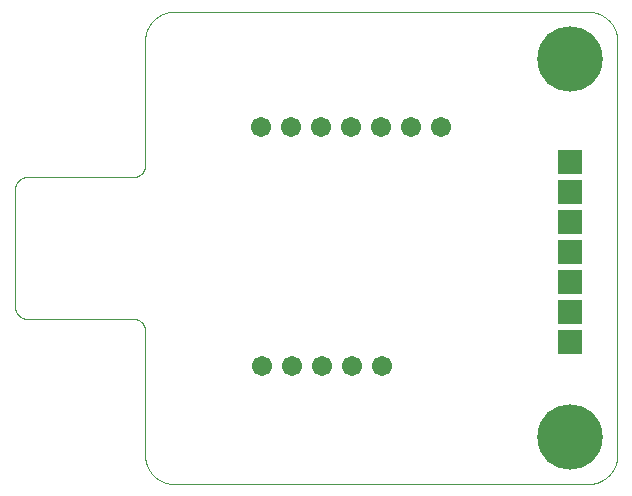
<source format=gbs>
G75*
%MOIN*%
%OFA0B0*%
%FSLAX25Y25*%
%IPPOS*%
%LPD*%
%AMOC8*
5,1,8,0,0,1.08239X$1,22.5*
%
%ADD10C,0.00000*%
%ADD11R,0.08200X0.08200*%
%ADD12C,0.06737*%
%ADD13C,0.21800*%
D10*
X0056328Y0010843D02*
X0056328Y0052181D01*
X0056326Y0052305D01*
X0056320Y0052428D01*
X0056311Y0052552D01*
X0056297Y0052674D01*
X0056280Y0052797D01*
X0056258Y0052919D01*
X0056233Y0053040D01*
X0056204Y0053160D01*
X0056172Y0053279D01*
X0056135Y0053398D01*
X0056095Y0053515D01*
X0056052Y0053630D01*
X0056004Y0053745D01*
X0055953Y0053857D01*
X0055899Y0053968D01*
X0055841Y0054078D01*
X0055780Y0054185D01*
X0055715Y0054291D01*
X0055647Y0054394D01*
X0055576Y0054495D01*
X0055502Y0054594D01*
X0055425Y0054691D01*
X0055344Y0054785D01*
X0055261Y0054876D01*
X0055175Y0054965D01*
X0055086Y0055051D01*
X0054995Y0055134D01*
X0054901Y0055215D01*
X0054804Y0055292D01*
X0054705Y0055366D01*
X0054604Y0055437D01*
X0054501Y0055505D01*
X0054395Y0055570D01*
X0054288Y0055631D01*
X0054178Y0055689D01*
X0054067Y0055743D01*
X0053955Y0055794D01*
X0053840Y0055842D01*
X0053725Y0055885D01*
X0053608Y0055925D01*
X0053489Y0055962D01*
X0053370Y0055994D01*
X0053250Y0056023D01*
X0053129Y0056048D01*
X0053007Y0056070D01*
X0052884Y0056087D01*
X0052762Y0056101D01*
X0052638Y0056110D01*
X0052515Y0056116D01*
X0052391Y0056118D01*
X0016958Y0056118D01*
X0016834Y0056120D01*
X0016711Y0056126D01*
X0016587Y0056135D01*
X0016465Y0056149D01*
X0016342Y0056166D01*
X0016220Y0056188D01*
X0016099Y0056213D01*
X0015979Y0056242D01*
X0015860Y0056274D01*
X0015741Y0056311D01*
X0015624Y0056351D01*
X0015509Y0056394D01*
X0015394Y0056442D01*
X0015282Y0056493D01*
X0015171Y0056547D01*
X0015061Y0056605D01*
X0014954Y0056666D01*
X0014848Y0056731D01*
X0014745Y0056799D01*
X0014644Y0056870D01*
X0014545Y0056944D01*
X0014448Y0057021D01*
X0014354Y0057102D01*
X0014263Y0057185D01*
X0014174Y0057271D01*
X0014088Y0057360D01*
X0014005Y0057451D01*
X0013924Y0057545D01*
X0013847Y0057642D01*
X0013773Y0057741D01*
X0013702Y0057842D01*
X0013634Y0057945D01*
X0013569Y0058051D01*
X0013508Y0058158D01*
X0013450Y0058268D01*
X0013396Y0058379D01*
X0013345Y0058491D01*
X0013297Y0058606D01*
X0013254Y0058721D01*
X0013214Y0058838D01*
X0013177Y0058957D01*
X0013145Y0059076D01*
X0013116Y0059196D01*
X0013091Y0059317D01*
X0013069Y0059439D01*
X0013052Y0059562D01*
X0013038Y0059684D01*
X0013029Y0059808D01*
X0013023Y0059931D01*
X0013021Y0060055D01*
X0013021Y0099425D01*
X0013023Y0099549D01*
X0013029Y0099672D01*
X0013038Y0099796D01*
X0013052Y0099918D01*
X0013069Y0100041D01*
X0013091Y0100163D01*
X0013116Y0100284D01*
X0013145Y0100404D01*
X0013177Y0100523D01*
X0013214Y0100642D01*
X0013254Y0100759D01*
X0013297Y0100874D01*
X0013345Y0100989D01*
X0013396Y0101101D01*
X0013450Y0101212D01*
X0013508Y0101322D01*
X0013569Y0101429D01*
X0013634Y0101535D01*
X0013702Y0101638D01*
X0013773Y0101739D01*
X0013847Y0101838D01*
X0013924Y0101935D01*
X0014005Y0102029D01*
X0014088Y0102120D01*
X0014174Y0102209D01*
X0014263Y0102295D01*
X0014354Y0102378D01*
X0014448Y0102459D01*
X0014545Y0102536D01*
X0014644Y0102610D01*
X0014745Y0102681D01*
X0014848Y0102749D01*
X0014954Y0102814D01*
X0015061Y0102875D01*
X0015171Y0102933D01*
X0015282Y0102987D01*
X0015394Y0103038D01*
X0015509Y0103086D01*
X0015624Y0103129D01*
X0015741Y0103169D01*
X0015860Y0103206D01*
X0015979Y0103238D01*
X0016099Y0103267D01*
X0016220Y0103292D01*
X0016342Y0103314D01*
X0016465Y0103331D01*
X0016587Y0103345D01*
X0016711Y0103354D01*
X0016834Y0103360D01*
X0016958Y0103362D01*
X0052391Y0103362D01*
X0052515Y0103364D01*
X0052638Y0103370D01*
X0052762Y0103379D01*
X0052884Y0103393D01*
X0053007Y0103410D01*
X0053129Y0103432D01*
X0053250Y0103457D01*
X0053370Y0103486D01*
X0053489Y0103518D01*
X0053608Y0103555D01*
X0053725Y0103595D01*
X0053840Y0103638D01*
X0053955Y0103686D01*
X0054067Y0103737D01*
X0054178Y0103791D01*
X0054288Y0103849D01*
X0054395Y0103910D01*
X0054501Y0103975D01*
X0054604Y0104043D01*
X0054705Y0104114D01*
X0054804Y0104188D01*
X0054901Y0104265D01*
X0054995Y0104346D01*
X0055086Y0104429D01*
X0055175Y0104515D01*
X0055261Y0104604D01*
X0055344Y0104695D01*
X0055425Y0104789D01*
X0055502Y0104886D01*
X0055576Y0104985D01*
X0055647Y0105086D01*
X0055715Y0105189D01*
X0055780Y0105295D01*
X0055841Y0105402D01*
X0055899Y0105512D01*
X0055953Y0105623D01*
X0056004Y0105735D01*
X0056052Y0105850D01*
X0056095Y0105965D01*
X0056135Y0106082D01*
X0056172Y0106201D01*
X0056204Y0106320D01*
X0056233Y0106440D01*
X0056258Y0106561D01*
X0056280Y0106683D01*
X0056297Y0106806D01*
X0056311Y0106928D01*
X0056320Y0107052D01*
X0056326Y0107175D01*
X0056328Y0107299D01*
X0056328Y0148638D01*
X0056331Y0148876D01*
X0056339Y0149114D01*
X0056354Y0149351D01*
X0056374Y0149588D01*
X0056400Y0149824D01*
X0056431Y0150060D01*
X0056468Y0150295D01*
X0056511Y0150529D01*
X0056560Y0150762D01*
X0056614Y0150994D01*
X0056674Y0151224D01*
X0056739Y0151453D01*
X0056810Y0151680D01*
X0056886Y0151905D01*
X0056968Y0152128D01*
X0057055Y0152350D01*
X0057147Y0152569D01*
X0057245Y0152786D01*
X0057347Y0153000D01*
X0057455Y0153212D01*
X0057569Y0153422D01*
X0057687Y0153628D01*
X0057810Y0153832D01*
X0057938Y0154032D01*
X0058070Y0154229D01*
X0058208Y0154424D01*
X0058350Y0154614D01*
X0058497Y0154802D01*
X0058648Y0154985D01*
X0058803Y0155165D01*
X0058963Y0155341D01*
X0059127Y0155513D01*
X0059296Y0155682D01*
X0059468Y0155846D01*
X0059644Y0156006D01*
X0059824Y0156161D01*
X0060007Y0156312D01*
X0060195Y0156459D01*
X0060385Y0156601D01*
X0060580Y0156739D01*
X0060777Y0156871D01*
X0060977Y0156999D01*
X0061181Y0157122D01*
X0061387Y0157240D01*
X0061597Y0157354D01*
X0061809Y0157462D01*
X0062023Y0157564D01*
X0062240Y0157662D01*
X0062459Y0157754D01*
X0062681Y0157841D01*
X0062904Y0157923D01*
X0063129Y0157999D01*
X0063356Y0158070D01*
X0063585Y0158135D01*
X0063815Y0158195D01*
X0064047Y0158249D01*
X0064280Y0158298D01*
X0064514Y0158341D01*
X0064749Y0158378D01*
X0064985Y0158409D01*
X0065221Y0158435D01*
X0065458Y0158455D01*
X0065695Y0158470D01*
X0065933Y0158478D01*
X0066171Y0158481D01*
X0066171Y0158480D02*
X0203966Y0158480D01*
X0203966Y0158481D02*
X0204204Y0158478D01*
X0204442Y0158470D01*
X0204679Y0158455D01*
X0204916Y0158435D01*
X0205152Y0158409D01*
X0205388Y0158378D01*
X0205623Y0158341D01*
X0205857Y0158298D01*
X0206090Y0158249D01*
X0206322Y0158195D01*
X0206552Y0158135D01*
X0206781Y0158070D01*
X0207008Y0157999D01*
X0207233Y0157923D01*
X0207456Y0157841D01*
X0207678Y0157754D01*
X0207897Y0157662D01*
X0208114Y0157564D01*
X0208328Y0157462D01*
X0208540Y0157354D01*
X0208750Y0157240D01*
X0208956Y0157122D01*
X0209160Y0156999D01*
X0209360Y0156871D01*
X0209557Y0156739D01*
X0209752Y0156601D01*
X0209942Y0156459D01*
X0210130Y0156312D01*
X0210313Y0156161D01*
X0210493Y0156006D01*
X0210669Y0155846D01*
X0210841Y0155682D01*
X0211010Y0155513D01*
X0211174Y0155341D01*
X0211334Y0155165D01*
X0211489Y0154985D01*
X0211640Y0154802D01*
X0211787Y0154614D01*
X0211929Y0154424D01*
X0212067Y0154229D01*
X0212199Y0154032D01*
X0212327Y0153832D01*
X0212450Y0153628D01*
X0212568Y0153422D01*
X0212682Y0153212D01*
X0212790Y0153000D01*
X0212892Y0152786D01*
X0212990Y0152569D01*
X0213082Y0152350D01*
X0213169Y0152128D01*
X0213251Y0151905D01*
X0213327Y0151680D01*
X0213398Y0151453D01*
X0213463Y0151224D01*
X0213523Y0150994D01*
X0213577Y0150762D01*
X0213626Y0150529D01*
X0213669Y0150295D01*
X0213706Y0150060D01*
X0213737Y0149824D01*
X0213763Y0149588D01*
X0213783Y0149351D01*
X0213798Y0149114D01*
X0213806Y0148876D01*
X0213809Y0148638D01*
X0213808Y0148638D02*
X0213808Y0010843D01*
X0213809Y0010843D02*
X0213806Y0010605D01*
X0213798Y0010367D01*
X0213783Y0010130D01*
X0213763Y0009893D01*
X0213737Y0009657D01*
X0213706Y0009421D01*
X0213669Y0009186D01*
X0213626Y0008952D01*
X0213577Y0008719D01*
X0213523Y0008487D01*
X0213463Y0008257D01*
X0213398Y0008028D01*
X0213327Y0007801D01*
X0213251Y0007576D01*
X0213169Y0007353D01*
X0213082Y0007131D01*
X0212990Y0006912D01*
X0212892Y0006695D01*
X0212790Y0006481D01*
X0212682Y0006269D01*
X0212568Y0006059D01*
X0212450Y0005853D01*
X0212327Y0005649D01*
X0212199Y0005449D01*
X0212067Y0005252D01*
X0211929Y0005057D01*
X0211787Y0004867D01*
X0211640Y0004679D01*
X0211489Y0004496D01*
X0211334Y0004316D01*
X0211174Y0004140D01*
X0211010Y0003968D01*
X0210841Y0003799D01*
X0210669Y0003635D01*
X0210493Y0003475D01*
X0210313Y0003320D01*
X0210130Y0003169D01*
X0209942Y0003022D01*
X0209752Y0002880D01*
X0209557Y0002742D01*
X0209360Y0002610D01*
X0209160Y0002482D01*
X0208956Y0002359D01*
X0208750Y0002241D01*
X0208540Y0002127D01*
X0208328Y0002019D01*
X0208114Y0001917D01*
X0207897Y0001819D01*
X0207678Y0001727D01*
X0207456Y0001640D01*
X0207233Y0001558D01*
X0207008Y0001482D01*
X0206781Y0001411D01*
X0206552Y0001346D01*
X0206322Y0001286D01*
X0206090Y0001232D01*
X0205857Y0001183D01*
X0205623Y0001140D01*
X0205388Y0001103D01*
X0205152Y0001072D01*
X0204916Y0001046D01*
X0204679Y0001026D01*
X0204442Y0001011D01*
X0204204Y0001003D01*
X0203966Y0001000D01*
X0066171Y0001000D01*
X0065933Y0001003D01*
X0065695Y0001011D01*
X0065458Y0001026D01*
X0065221Y0001046D01*
X0064985Y0001072D01*
X0064749Y0001103D01*
X0064514Y0001140D01*
X0064280Y0001183D01*
X0064047Y0001232D01*
X0063815Y0001286D01*
X0063585Y0001346D01*
X0063356Y0001411D01*
X0063129Y0001482D01*
X0062904Y0001558D01*
X0062681Y0001640D01*
X0062459Y0001727D01*
X0062240Y0001819D01*
X0062023Y0001917D01*
X0061809Y0002019D01*
X0061597Y0002127D01*
X0061387Y0002241D01*
X0061181Y0002359D01*
X0060977Y0002482D01*
X0060777Y0002610D01*
X0060580Y0002742D01*
X0060385Y0002880D01*
X0060195Y0003022D01*
X0060007Y0003169D01*
X0059824Y0003320D01*
X0059644Y0003475D01*
X0059468Y0003635D01*
X0059296Y0003799D01*
X0059127Y0003968D01*
X0058963Y0004140D01*
X0058803Y0004316D01*
X0058648Y0004496D01*
X0058497Y0004679D01*
X0058350Y0004867D01*
X0058208Y0005057D01*
X0058070Y0005252D01*
X0057938Y0005449D01*
X0057810Y0005649D01*
X0057687Y0005853D01*
X0057569Y0006059D01*
X0057455Y0006269D01*
X0057347Y0006481D01*
X0057245Y0006695D01*
X0057147Y0006912D01*
X0057055Y0007131D01*
X0056968Y0007353D01*
X0056886Y0007576D01*
X0056810Y0007801D01*
X0056739Y0008028D01*
X0056674Y0008257D01*
X0056614Y0008487D01*
X0056560Y0008719D01*
X0056511Y0008952D01*
X0056468Y0009186D01*
X0056431Y0009421D01*
X0056400Y0009657D01*
X0056374Y0009893D01*
X0056354Y0010130D01*
X0056339Y0010367D01*
X0056331Y0010605D01*
X0056328Y0010843D01*
D11*
X0198021Y0048244D03*
X0198021Y0058244D03*
X0198021Y0068244D03*
X0198021Y0078244D03*
X0198021Y0088244D03*
X0198021Y0098244D03*
X0198021Y0108244D03*
D12*
X0155068Y0119898D03*
X0145068Y0119898D03*
X0135068Y0119898D03*
X0125068Y0119898D03*
X0115068Y0119898D03*
X0105068Y0119898D03*
X0095068Y0119898D03*
X0095383Y0040370D03*
X0105383Y0040370D03*
X0115383Y0040370D03*
X0125383Y0040370D03*
X0135383Y0040370D03*
D13*
X0198060Y0016748D03*
X0198060Y0142732D03*
M02*

</source>
